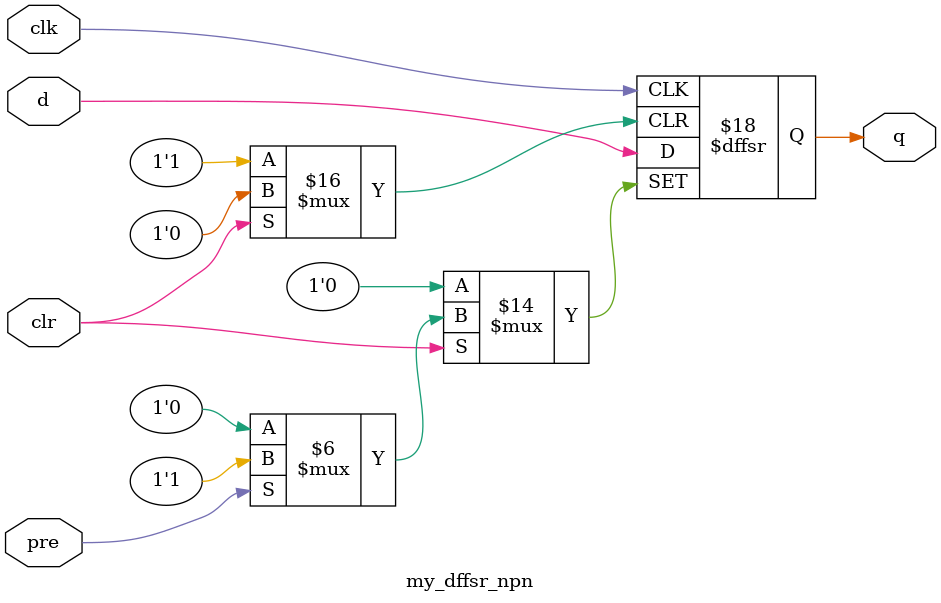
<source format=v>
module my_dffsr_npn (
    input d,
    clk,
    pre,
    clr,
    output reg q
);
  initial q <= 1'b0;
  always @(negedge clk or posedge pre or negedge clr)
    if (pre) q <= 1'b1;
    else if (!clr) q <= 1'b0;
    else q <= d;
endmodule
</source>
